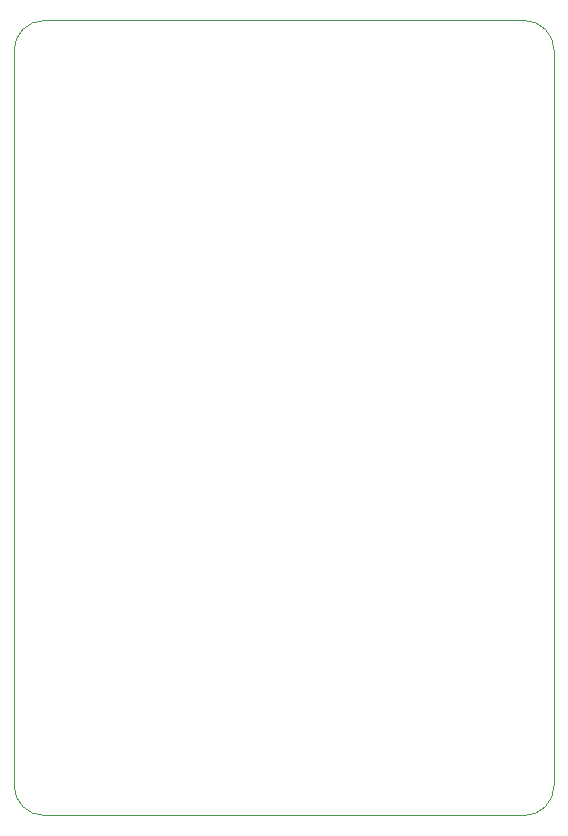
<source format=gbr>
%TF.GenerationSoftware,KiCad,Pcbnew,7.0.3*%
%TF.CreationDate,2023-06-24T17:47:24-04:00*%
%TF.ProjectId,ESP32-HUB75-Board,45535033-322d-4485-9542-37352d426f61,rev?*%
%TF.SameCoordinates,Original*%
%TF.FileFunction,Profile,NP*%
%FSLAX46Y46*%
G04 Gerber Fmt 4.6, Leading zero omitted, Abs format (unit mm)*
G04 Created by KiCad (PCBNEW 7.0.3) date 2023-06-24 17:47:24*
%MOMM*%
%LPD*%
G01*
G04 APERTURE LIST*
%TA.AperFunction,Profile*%
%ADD10C,0.100000*%
%TD*%
G04 APERTURE END LIST*
D10*
X104140000Y-129540000D02*
X144780000Y-129540000D01*
X147320000Y-64770000D02*
X147320000Y-127000000D01*
X104140000Y-62230000D02*
X144780000Y-62230000D01*
X101600000Y-127000000D02*
X101600000Y-64770000D01*
X101600000Y-127000000D02*
G75*
G03*
X104140000Y-129540000I2540000J0D01*
G01*
X144780000Y-129540000D02*
G75*
G03*
X147320000Y-127000000I0J2540000D01*
G01*
X147320000Y-64770000D02*
G75*
G03*
X144780000Y-62230000I-2540000J0D01*
G01*
X104140000Y-62230000D02*
G75*
G03*
X101600000Y-64770000I0J-2540000D01*
G01*
M02*

</source>
